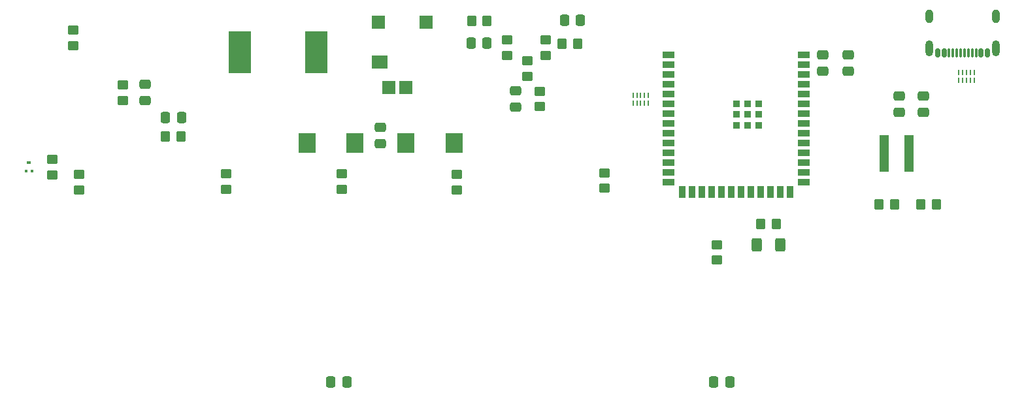
<source format=gbr>
%TF.GenerationSoftware,KiCad,Pcbnew,8.0.6*%
%TF.CreationDate,2024-10-16T19:54:22+02:00*%
%TF.ProjectId,nixie_alarm_main_board,6e697869-655f-4616-9c61-726d5f6d6169,rev?*%
%TF.SameCoordinates,Original*%
%TF.FileFunction,Paste,Bot*%
%TF.FilePolarity,Positive*%
%FSLAX46Y46*%
G04 Gerber Fmt 4.6, Leading zero omitted, Abs format (unit mm)*
G04 Created by KiCad (PCBNEW 8.0.6) date 2024-10-16 19:54:22*
%MOMM*%
%LPD*%
G01*
G04 APERTURE LIST*
G04 Aperture macros list*
%AMRoundRect*
0 Rectangle with rounded corners*
0 $1 Rounding radius*
0 $2 $3 $4 $5 $6 $7 $8 $9 X,Y pos of 4 corners*
0 Add a 4 corners polygon primitive as box body*
4,1,4,$2,$3,$4,$5,$6,$7,$8,$9,$2,$3,0*
0 Add four circle primitives for the rounded corners*
1,1,$1+$1,$2,$3*
1,1,$1+$1,$4,$5*
1,1,$1+$1,$6,$7*
1,1,$1+$1,$8,$9*
0 Add four rect primitives between the rounded corners*
20,1,$1+$1,$2,$3,$4,$5,0*
20,1,$1+$1,$4,$5,$6,$7,0*
20,1,$1+$1,$6,$7,$8,$9,0*
20,1,$1+$1,$8,$9,$2,$3,0*%
G04 Aperture macros list end*
%ADD10RoundRect,0.250000X-0.475000X0.337500X-0.475000X-0.337500X0.475000X-0.337500X0.475000X0.337500X0*%
%ADD11R,0.400000X0.450000*%
%ADD12R,0.500000X0.450000*%
%ADD13RoundRect,0.250000X0.450000X-0.350000X0.450000X0.350000X-0.450000X0.350000X-0.450000X-0.350000X0*%
%ADD14RoundRect,0.250000X-0.450000X0.350000X-0.450000X-0.350000X0.450000X-0.350000X0.450000X0.350000X0*%
%ADD15RoundRect,0.250000X0.337500X0.475000X-0.337500X0.475000X-0.337500X-0.475000X0.337500X-0.475000X0*%
%ADD16R,2.900000X5.400000*%
%ADD17R,0.250000X0.750000*%
%ADD18R,2.300000X2.500000*%
%ADD19R,1.250000X4.700000*%
%ADD20RoundRect,0.250000X0.350000X0.450000X-0.350000X0.450000X-0.350000X-0.450000X0.350000X-0.450000X0*%
%ADD21RoundRect,0.250000X0.475000X-0.337500X0.475000X0.337500X-0.475000X0.337500X-0.475000X-0.337500X0*%
%ADD22RoundRect,0.250000X-0.350000X-0.450000X0.350000X-0.450000X0.350000X0.450000X-0.350000X0.450000X0*%
%ADD23RoundRect,0.250000X-0.337500X-0.475000X0.337500X-0.475000X0.337500X0.475000X-0.337500X0.475000X0*%
%ADD24RoundRect,0.250000X-0.400000X-0.625000X0.400000X-0.625000X0.400000X0.625000X-0.400000X0.625000X0*%
%ADD25R,1.800000X1.700000*%
%ADD26R,2.100000X1.800000*%
%ADD27R,1.700000X1.800000*%
%ADD28R,0.900000X0.900000*%
%ADD29R,1.500000X0.900000*%
%ADD30R,0.900000X1.500000*%
%ADD31RoundRect,0.150000X-0.150000X-0.425000X0.150000X-0.425000X0.150000X0.425000X-0.150000X0.425000X0*%
%ADD32RoundRect,0.075000X-0.075000X-0.500000X0.075000X-0.500000X0.075000X0.500000X-0.075000X0.500000X0*%
%ADD33O,1.000000X1.800000*%
%ADD34O,1.000000X2.100000*%
G04 APERTURE END LIST*
D10*
%TO.C,C18*%
X197000000Y-81240500D03*
X197000000Y-83315500D03*
%TD*%
D11*
%TO.C,Q1*%
X91300000Y-96303000D03*
X90500000Y-96303000D03*
D12*
X90900000Y-95153000D03*
%TD*%
D10*
%TO.C,C4*%
X153900000Y-85890500D03*
X153900000Y-87965500D03*
%TD*%
D13*
%TO.C,R35*%
X93950000Y-96778000D03*
X93950000Y-94778000D03*
%TD*%
D10*
%TO.C,C10*%
X105950000Y-85062500D03*
X105950000Y-87137500D03*
%TD*%
D14*
%TO.C,R28*%
X146350000Y-96728000D03*
X146350000Y-98728000D03*
%TD*%
D15*
%TO.C,C13*%
X110637500Y-89328000D03*
X108562500Y-89328000D03*
%TD*%
D16*
%TO.C,L2*%
X128150000Y-80878000D03*
X118250000Y-80878000D03*
%TD*%
D10*
%TO.C,C22*%
X136450000Y-90640500D03*
X136450000Y-92715500D03*
%TD*%
D17*
%TO.C,D1*%
X211340000Y-83500000D03*
X211840000Y-83500000D03*
X212340000Y-83500000D03*
X212840000Y-83500000D03*
X213340000Y-83500000D03*
X213340000Y-84500000D03*
X212840000Y-84500000D03*
X212340000Y-84500000D03*
X211840000Y-84500000D03*
X211340000Y-84500000D03*
%TD*%
D18*
%TO.C,C20*%
X133150000Y-92678000D03*
X126950000Y-92678000D03*
%TD*%
D19*
%TO.C,L1*%
X204905000Y-93990000D03*
X201655000Y-93990000D03*
%TD*%
D20*
%TO.C,R16*%
X187700000Y-103128000D03*
X185700000Y-103128000D03*
%TD*%
D14*
%TO.C,R8*%
X157050000Y-85928000D03*
X157050000Y-87928000D03*
%TD*%
D13*
%TO.C,R18*%
X152850000Y-81278000D03*
X152850000Y-79278000D03*
%TD*%
D17*
%TO.C,D3*%
X169150000Y-86460000D03*
X169650000Y-86460000D03*
X170150000Y-86460000D03*
X170650000Y-86460000D03*
X171150000Y-86460000D03*
X171150000Y-87460000D03*
X170650000Y-87460000D03*
X170150000Y-87460000D03*
X169650000Y-87460000D03*
X169150000Y-87460000D03*
%TD*%
D21*
%TO.C,C19*%
X193700000Y-83315500D03*
X193700000Y-81240500D03*
%TD*%
D22*
%TO.C,R14*%
X108600000Y-91828000D03*
X110600000Y-91828000D03*
%TD*%
D10*
%TO.C,C1*%
X203600000Y-86562500D03*
X203600000Y-88637500D03*
%TD*%
D14*
%TO.C,R27*%
X131450000Y-96628000D03*
X131450000Y-98628000D03*
%TD*%
D22*
%TO.C,R23*%
X206450000Y-100628000D03*
X208450000Y-100628000D03*
%TD*%
D23*
%TO.C,C9*%
X179612500Y-123628000D03*
X181687500Y-123628000D03*
%TD*%
D24*
%TO.C,R15*%
X185150000Y-105828000D03*
X188250000Y-105828000D03*
%TD*%
D13*
%TO.C,R7*%
X155450000Y-83978000D03*
X155450000Y-81978000D03*
%TD*%
%TO.C,R44*%
X103050000Y-87130000D03*
X103050000Y-85130000D03*
%TD*%
D20*
%TO.C,R22*%
X203050000Y-100628000D03*
X201050000Y-100628000D03*
%TD*%
D15*
%TO.C,C15*%
X162337500Y-76700000D03*
X160262500Y-76700000D03*
%TD*%
D13*
%TO.C,R21*%
X180050000Y-107828000D03*
X180050000Y-105828000D03*
%TD*%
D10*
%TO.C,C29*%
X206800000Y-86562500D03*
X206800000Y-88637500D03*
%TD*%
D23*
%TO.C,C14*%
X148162500Y-79678000D03*
X150237500Y-79678000D03*
%TD*%
D14*
%TO.C,R17*%
X157850000Y-79278000D03*
X157850000Y-81278000D03*
%TD*%
D22*
%TO.C,R20*%
X159950000Y-79750000D03*
X161950000Y-79750000D03*
%TD*%
D15*
%TO.C,C8*%
X132087500Y-123628000D03*
X130012500Y-123628000D03*
%TD*%
D14*
%TO.C,R25*%
X165450000Y-96528000D03*
X165450000Y-98528000D03*
%TD*%
%TO.C,R31*%
X116420000Y-96640000D03*
X116420000Y-98640000D03*
%TD*%
D20*
%TO.C,R19*%
X150250000Y-76778000D03*
X148250000Y-76778000D03*
%TD*%
D25*
%TO.C,J1*%
X139750000Y-85478000D03*
D26*
X136350000Y-82128000D03*
D25*
X137500000Y-85478000D03*
D27*
X142350000Y-76978000D03*
X136150000Y-76978000D03*
%TD*%
D13*
%TO.C,R11*%
X96600000Y-80000000D03*
X96600000Y-78000000D03*
%TD*%
D14*
%TO.C,R33*%
X97350000Y-96728000D03*
X97350000Y-98728000D03*
%TD*%
D18*
%TO.C,C21*%
X139750000Y-92678000D03*
X145950000Y-92678000D03*
%TD*%
D28*
%TO.C,U1*%
X185400000Y-90328000D03*
X185400000Y-88928000D03*
X185400000Y-87528000D03*
X184000000Y-90328000D03*
X184000000Y-88928000D03*
X184000000Y-87528000D03*
X182600000Y-90328000D03*
X182600000Y-88928000D03*
X182600000Y-87528000D03*
D29*
X191250000Y-81208000D03*
X191250000Y-82478000D03*
X191250000Y-83748000D03*
X191250000Y-85018000D03*
X191250000Y-86288000D03*
X191250000Y-87558000D03*
X191250000Y-88828000D03*
X191250000Y-90098000D03*
X191250000Y-91368000D03*
X191250000Y-92638000D03*
X191250000Y-93908000D03*
X191250000Y-95178000D03*
X191250000Y-96448000D03*
X191250000Y-97718000D03*
D30*
X189485000Y-98968000D03*
X188215000Y-98968000D03*
X186945000Y-98968000D03*
X185675000Y-98968000D03*
X184405000Y-98968000D03*
X183135000Y-98968000D03*
X181865000Y-98968000D03*
X180595000Y-98968000D03*
X179325000Y-98968000D03*
X178055000Y-98968000D03*
X176785000Y-98968000D03*
X175515000Y-98968000D03*
D29*
X173750000Y-97718000D03*
X173750000Y-96448000D03*
X173750000Y-95178000D03*
X173750000Y-93908000D03*
X173750000Y-92638000D03*
X173750000Y-91368000D03*
X173750000Y-90098000D03*
X173750000Y-88828000D03*
X173750000Y-87558000D03*
X173750000Y-86288000D03*
X173750000Y-85018000D03*
X173750000Y-83748000D03*
X173750000Y-82478000D03*
X173750000Y-81208000D03*
%TD*%
D31*
%TO.C,J3*%
X208650000Y-80968000D03*
X209450000Y-80968000D03*
D32*
X210600000Y-80968000D03*
X211600000Y-80968000D03*
X212100000Y-80968000D03*
X213100000Y-80968000D03*
D31*
X214250000Y-80968000D03*
X215050000Y-80968000D03*
X215050000Y-80968000D03*
X214250000Y-80968000D03*
D32*
X213600000Y-80968000D03*
X212600000Y-80968000D03*
X211100000Y-80968000D03*
X210100000Y-80968000D03*
D31*
X209450000Y-80968000D03*
X208650000Y-80968000D03*
D33*
X207530000Y-76213000D03*
D34*
X207530000Y-80393000D03*
D33*
X216170000Y-76213000D03*
D34*
X216170000Y-80393000D03*
%TD*%
M02*

</source>
